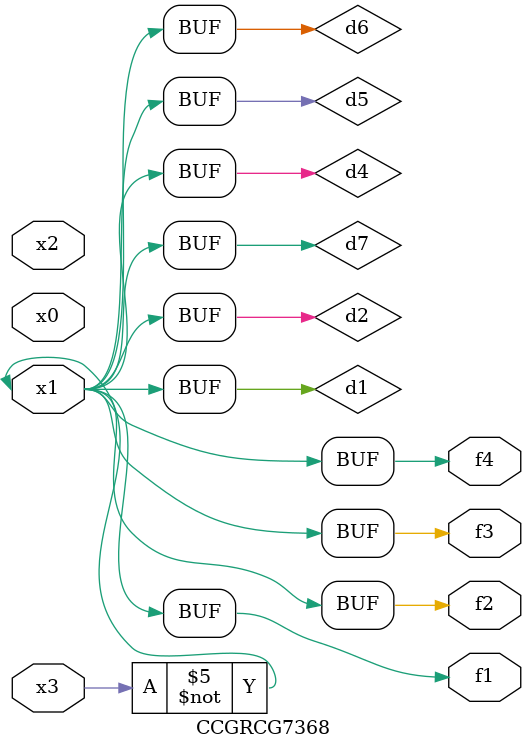
<source format=v>
module CCGRCG7368(
	input x0, x1, x2, x3,
	output f1, f2, f3, f4
);

	wire d1, d2, d3, d4, d5, d6, d7;

	not (d1, x3);
	buf (d2, x1);
	xnor (d3, d1, d2);
	nor (d4, d1);
	buf (d5, d1, d2);
	buf (d6, d4, d5);
	nand (d7, d4);
	assign f1 = d6;
	assign f2 = d7;
	assign f3 = d6;
	assign f4 = d6;
endmodule

</source>
